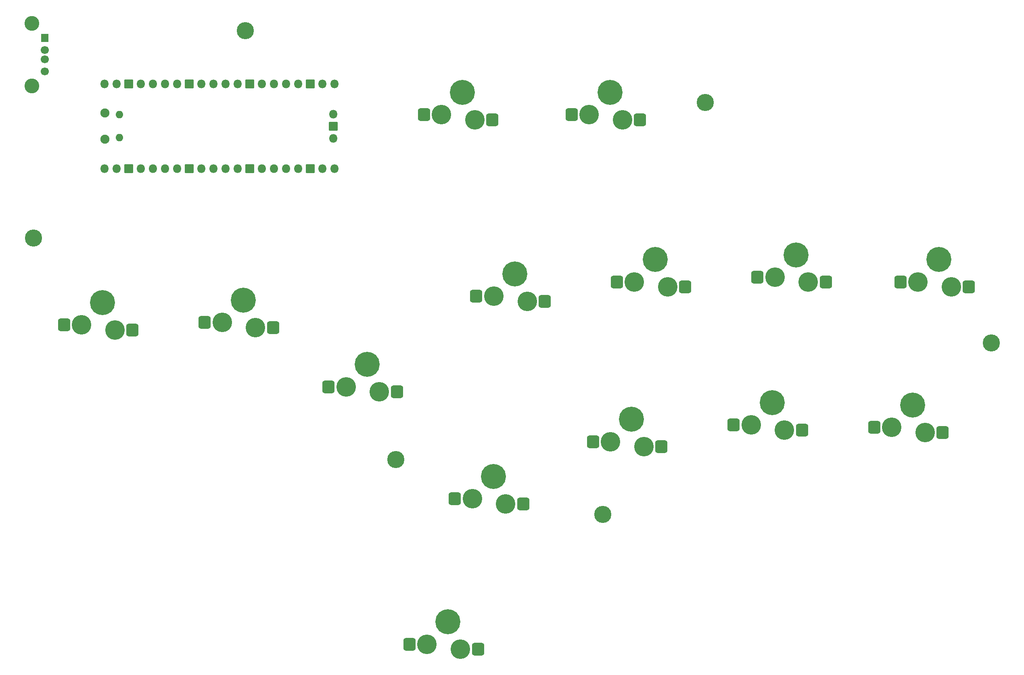
<source format=gbr>
%TF.GenerationSoftware,KiCad,Pcbnew,9.0.2*%
%TF.CreationDate,2025-06-02T22:29:28-04:00*%
%TF.ProjectId,with_usb_wired_v1,77697468-5f75-4736-925f-77697265645f,v1.0.0*%
%TF.SameCoordinates,Original*%
%TF.FileFunction,Soldermask,Bot*%
%TF.FilePolarity,Negative*%
%FSLAX46Y46*%
G04 Gerber Fmt 4.6, Leading zero omitted, Abs format (unit mm)*
G04 Created by KiCad (PCBNEW 9.0.2) date 2025-06-02 22:29:28*
%MOMM*%
%LPD*%
G01*
G04 APERTURE LIST*
G04 Aperture macros list*
%AMRoundRect*
0 Rectangle with rounded corners*
0 $1 Rounding radius*
0 $2 $3 $4 $5 $6 $7 $8 $9 X,Y pos of 4 corners*
0 Add a 4 corners polygon primitive as box body*
4,1,4,$2,$3,$4,$5,$6,$7,$8,$9,$2,$3,0*
0 Add four circle primitives for the rounded corners*
1,1,$1+$1,$2,$3*
1,1,$1+$1,$4,$5*
1,1,$1+$1,$6,$7*
1,1,$1+$1,$8,$9*
0 Add four rect primitives between the rounded corners*
20,1,$1+$1,$2,$3,$4,$5,0*
20,1,$1+$1,$4,$5,$6,$7,0*
20,1,$1+$1,$6,$7,$8,$9,0*
20,1,$1+$1,$8,$9,$2,$3,0*%
G04 Aperture macros list end*
%ADD10C,5.250000*%
%ADD11RoundRect,0.520000X-0.780000X-0.805000X0.780000X-0.805000X0.780000X0.805000X-0.780000X0.805000X0*%
%ADD12C,4.100000*%
%ADD13C,3.600000*%
%ADD14RoundRect,0.050000X-0.750000X0.800000X-0.750000X-0.800000X0.750000X-0.800000X0.750000X0.800000X0*%
%ADD15C,1.700000*%
%ADD16C,3.100000*%
%ADD17O,1.900000X1.900000*%
%ADD18O,1.600000X1.600000*%
%ADD19O,1.800000X1.800000*%
%ADD20RoundRect,0.050000X0.850000X-0.850000X0.850000X0.850000X-0.850000X0.850000X-0.850000X-0.850000X0*%
G04 APERTURE END LIST*
D10*
%TO.C,S11*%
X313500000Y-163500000D03*
D11*
X305425000Y-168200000D03*
D12*
X309100000Y-168200000D03*
X316100000Y-169250000D03*
D11*
X319775000Y-169250000D03*
%TD*%
D10*
%TO.C,S4*%
X216000000Y-209000000D03*
D11*
X207925000Y-213700000D03*
D12*
X211600000Y-213700000D03*
X218600000Y-214750000D03*
D11*
X222275000Y-214750000D03*
%TD*%
D10*
%TO.C,S7*%
X254500000Y-166500000D03*
D11*
X246425000Y-171200000D03*
D12*
X250100000Y-171200000D03*
X257100000Y-172250000D03*
D11*
X260775000Y-172250000D03*
%TD*%
D10*
%TO.C,S3*%
X199000000Y-155000000D03*
D11*
X190925000Y-159700000D03*
D12*
X194600000Y-159700000D03*
X201600000Y-160750000D03*
D11*
X205275000Y-160750000D03*
%TD*%
D10*
%TO.C,S10*%
X289000000Y-132000000D03*
D11*
X280925000Y-136700000D03*
D12*
X284600000Y-136700000D03*
X291600000Y-137750000D03*
D11*
X295275000Y-137750000D03*
%TD*%
D10*
%TO.C,S2*%
X173000000Y-141500000D03*
D11*
X164925000Y-146200000D03*
D12*
X168600000Y-146200000D03*
X175600000Y-147250000D03*
D11*
X179275000Y-147250000D03*
%TD*%
D10*
%TO.C,S14*%
X250000000Y-97900000D03*
D11*
X241925000Y-102600000D03*
D12*
X245600000Y-102600000D03*
X252600000Y-103650000D03*
D11*
X256275000Y-103650000D03*
%TD*%
D10*
%TO.C,S12*%
X319000000Y-133000000D03*
D11*
X310925000Y-137700000D03*
D12*
X314600000Y-137700000D03*
X321600000Y-138750000D03*
D11*
X325275000Y-138750000D03*
%TD*%
D10*
%TO.C,S5*%
X225500000Y-178500000D03*
D11*
X217425000Y-183200000D03*
D12*
X221100000Y-183200000D03*
X228100000Y-184250000D03*
D11*
X231775000Y-184250000D03*
%TD*%
D10*
%TO.C,S13*%
X219000000Y-97900000D03*
D11*
X210925000Y-102600000D03*
D12*
X214600000Y-102600000D03*
X221600000Y-103650000D03*
D11*
X225275000Y-103650000D03*
%TD*%
D10*
%TO.C,S8*%
X259500000Y-133000000D03*
D11*
X251425000Y-137700000D03*
D12*
X255100000Y-137700000D03*
X262100000Y-138750000D03*
D11*
X265775000Y-138750000D03*
%TD*%
D10*
%TO.C,S1*%
X143500000Y-142000000D03*
D11*
X135425000Y-146700000D03*
D12*
X139100000Y-146700000D03*
X146100000Y-147750000D03*
D11*
X149775000Y-147750000D03*
%TD*%
D10*
%TO.C,S6*%
X230000000Y-136000000D03*
D11*
X221925000Y-140700000D03*
D12*
X225600000Y-140700000D03*
X232600000Y-141750000D03*
D11*
X236275000Y-141750000D03*
%TD*%
D10*
%TO.C,S9*%
X284000000Y-163000000D03*
D11*
X275925000Y-167700000D03*
D12*
X279600000Y-167700000D03*
X286600000Y-168750000D03*
D11*
X290275000Y-168750000D03*
%TD*%
D13*
%TO.C,REF\u002A\u002A*%
X270000000Y-100000000D03*
%TD*%
D14*
%TO.C,USB*%
X131360000Y-86500000D03*
D15*
X131360000Y-89000000D03*
X131360000Y-91000000D03*
X131360000Y-93500000D03*
D16*
X128650000Y-83430000D03*
X128650000Y-96570000D03*
%TD*%
D13*
%TO.C,REF\u002A\u002A*%
X129000000Y-128500000D03*
%TD*%
%TO.C,REF\u002A\u002A*%
X205000000Y-175000000D03*
%TD*%
D17*
%TO.C,Arduino*%
X144000000Y-107725000D03*
D18*
X147030000Y-107425000D03*
X147030000Y-102575000D03*
D17*
X144000000Y-102275000D03*
D19*
X143870000Y-113890000D03*
X146410000Y-113890000D03*
D20*
X148950000Y-113890000D03*
D19*
X151490000Y-113890000D03*
X154030000Y-113890000D03*
X156570000Y-113890000D03*
X159110000Y-113890000D03*
D20*
X161650000Y-113890000D03*
D19*
X164190000Y-113890000D03*
X166730000Y-113890000D03*
X169270000Y-113890000D03*
X171810000Y-113890000D03*
D20*
X174350000Y-113890000D03*
D19*
X176890000Y-113890000D03*
X179430000Y-113890000D03*
X181970000Y-113890000D03*
X184510000Y-113890000D03*
D20*
X187050000Y-113890000D03*
D19*
X189590000Y-113890000D03*
X192130000Y-113890000D03*
X192130000Y-96110000D03*
X189590000Y-96110000D03*
D20*
X187050000Y-96110000D03*
D19*
X184510000Y-96110000D03*
X181970000Y-96110000D03*
X179430000Y-96110000D03*
X176890000Y-96110000D03*
D20*
X174350000Y-96110000D03*
D19*
X171810000Y-96110000D03*
X169270000Y-96110000D03*
X166730000Y-96110000D03*
X164190000Y-96110000D03*
D20*
X161650000Y-96110000D03*
D19*
X159110000Y-96110000D03*
X156570000Y-96110000D03*
X154030000Y-96110000D03*
X151490000Y-96110000D03*
D20*
X148950000Y-96110000D03*
D19*
X146410000Y-96110000D03*
X143870000Y-96110000D03*
X191900000Y-107540000D03*
D20*
X191900000Y-105000000D03*
D19*
X191900000Y-102460000D03*
%TD*%
D13*
%TO.C,REF\u002A\u002A*%
X173500000Y-85000000D03*
%TD*%
%TO.C,REF\u002A\u002A*%
X330000000Y-150500000D03*
%TD*%
%TO.C,REF\u002A\u002A*%
X248500000Y-186500000D03*
%TD*%
M02*

</source>
